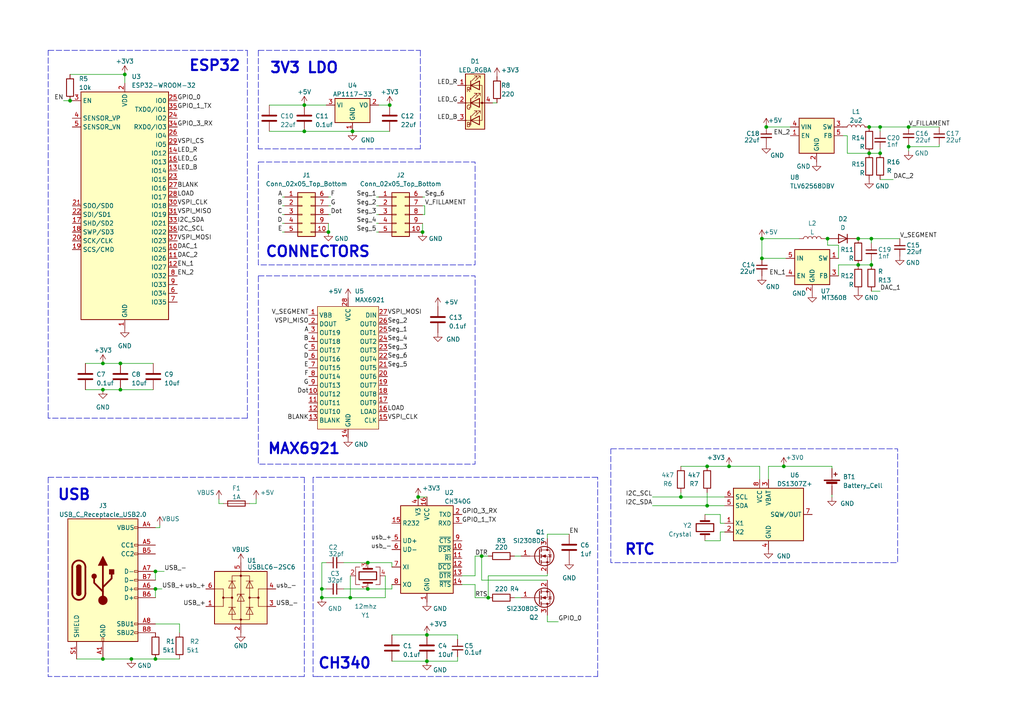
<source format=kicad_sch>
(kicad_sch (version 20230121) (generator eeschema)
  (paper "A4")
  (lib_symbols
    (symbol "Connector:USB_C_Receptacle_USB2.0" (pin_names (offset 1.016))
      (property "Reference" "J" (at -10.16 19.05 0))
      (property "Value" "USB_C_Receptacle_USB2.0" (at 19.05 19.05 0))
      (symbol "USB_C_Receptacle_USB2.0_1_1"
        (pin passive line (at 0 -22.86 90) (length 5.08) (name "GND") (number "A1"))
        (pin passive line (at 0 -22.86 90) (length 5.08) hide (name "GND") (number "A12"))
        (pin passive line (at 15.24 15.24 180) (length 5.08) (name "VBUS") (number "A4"))
        (pin bidirectional line (at 15.24 10.16 180) (length 5.08) (name "CC1") (number "A5"))
        (pin bidirectional line (at 15.24 -2.54 180) (length 5.08) (name "D+") (number "A6"))
        (pin bidirectional line (at 15.24 2.54 180) (length 5.08) (name "D-") (number "A7"))
        (pin bidirectional line (at 15.24 -12.7 180) (length 5.08) (name "SBU1") (number "A8"))
        (pin passive line (at 15.24 15.24 180) (length 5.08) hide (name "VBUS") (number "A9"))
        (pin passive line (at 0 -22.86 90) (length 5.08) hide (name "GND") (number "B1"))
        (pin passive line (at 0 -22.86 90) (length 5.08) hide (name "GND") (number "B12"))
        (pin passive line (at 15.24 15.24 180) (length 5.08) hide (name "VBUS") (number "B4"))
        (pin bidirectional line (at 15.24 7.62 180) (length 5.08) (name "CC2") (number "B5"))
        (pin bidirectional line (at 15.24 -5.08 180) (length 5.08) (name "D+") (number "B6"))
        (pin bidirectional line (at 15.24 0 180) (length 5.08) (name "D-") (number "B7"))
        (pin bidirectional line (at 15.24 -15.24 180) (length 5.08) (name "SBU2") (number "B8"))
        (pin passive line (at 15.24 15.24 180) (length 5.08) hide (name "VBUS") (number "B9"))
        (pin passive line (at -7.62 -22.86 90) (length 5.08) (name "SHIELD") (number "S1"))
      )
    )
    (symbol "Connector_Generic:Conn_02x05_Top_Bottom" (pin_names (offset 1.016) hide)
      (property "Reference" "J" (at 1.27 7.62 0))
      (property "Value" "Conn_02x05_Top_Bottom" (at 1.27 -7.62 0))
      (symbol "Conn_02x05_Top_Bottom_1_1"
        (pin passive line (at -5.08 5.08 0) (length 3.81) (name "Pin_1") (number "1"))
        (pin passive line (at 7.62 -5.08 180) (length 3.81) (name "Pin_10") (number "10"))
        (pin passive line (at -5.08 2.54 0) (length 3.81) (name "Pin_2") (number "2"))
        (pin passive line (at -5.08 0 0) (length 3.81) (name "Pin_3") (number "3"))
        (pin passive line (at -5.08 -2.54 0) (length 3.81) (name "Pin_4") (number "4"))
        (pin passive line (at -5.08 -5.08 0) (length 3.81) (name "Pin_5") (number "5"))
        (pin passive line (at 7.62 5.08 180) (length 3.81) (name "Pin_6") (number "6"))
        (pin passive line (at 7.62 2.54 180) (length 3.81) (name "Pin_7") (number "7"))
        (pin passive line (at 7.62 0 180) (length 3.81) (name "Pin_8") (number "8"))
        (pin passive line (at 7.62 -2.54 180) (length 3.81) (name "Pin_9") (number "9"))
      )
    )
    (symbol "Device:Battery_Cell" (pin_numbers hide) (pin_names (offset 0) hide)
      (property "Reference" "BT" (at 2.54 2.54 0))
      (property "Value" "Battery_Cell" (at 2.54 0 0))
      (symbol "Battery_Cell_1_1"
        (pin passive line (at 0 5.08 270) (length 2.54) (name "+") (number "1"))
        (pin passive line (at 0 -2.54 90) (length 2.54) (name "-") (number "2"))
      )
    )
    (symbol "Device:C" (pin_numbers hide) (pin_names (offset 0.254))
      (property "Reference" "C" (at 0.635 2.54 0))
      (property "Value" "C" (at 0.635 -2.54 0))
      (symbol "C_1_1"
        (pin passive line (at 0 3.81 270) (length 2.794) (name "~") (number "1"))
        (pin passive line (at 0 -3.81 90) (length 2.794) (name "~") (number "2"))
      )
    )
    (symbol "Device:C_Small" (pin_numbers hide) (pin_names (offset 0.254) hide)
      (property "Reference" "C" (at 0.254 1.778 0))
      (property "Value" "C_Small" (at 0.254 -2.032 0))
      (symbol "C_Small_1_1"
        (pin passive line (at 0 2.54 270) (length 2.032) (name "~") (number "1"))
        (pin passive line (at 0 -2.54 90) (length 2.032) (name "~") (number "2"))
      )
    )
    (symbol "Device:Crystal" (pin_numbers hide) (pin_names (offset 1.016) hide)
      (property "Reference" "Y" (at 0 3.81 0))
      (property "Value" "Crystal" (at 0 -3.81 0))
      (symbol "Crystal_1_1"
        (pin passive line (at -3.81 0 0) (length 1.27) (name "1") (number "1"))
        (pin passive line (at 3.81 0 180) (length 1.27) (name "2") (number "2"))
      )
    )
    (symbol "Device:Crystal_GND24" (pin_names (offset 1.016) hide)
      (property "Reference" "Y" (at 3.175 5.08 0))
      (property "Value" "Crystal_GND24" (at 3.175 3.175 0))
      (symbol "Crystal_GND24_1_1"
        (pin passive line (at -3.81 0 0) (length 1.27) (name "1") (number "1"))
        (pin passive line (at 0 5.08 270) (length 1.27) (name "2") (number "2"))
        (pin passive line (at 3.81 0 180) (length 1.27) (name "3") (number "3"))
        (pin passive line (at 0 -5.08 90) (length 1.27) (name "4") (number "4"))
      )
    )
    (symbol "Device:D" (pin_numbers hide) (pin_names (offset 1.016) hide)
      (property "Reference" "D" (at 0 2.54 0))
      (property "Value" "D" (at 0 -2.54 0))
      (symbol "D_1_1"
        (pin passive line (at -3.81 0 0) (length 2.54) (name "K") (number "1"))
        (pin passive line (at 3.81 0 180) (length 2.54) (name "A") (number "2"))
      )
    )
    (symbol "Device:Fuse" (pin_numbers hide) (pin_names (offset 0))
      (property "Reference" "F" (at 2.032 0 90))
      (property "Value" "Fuse" (at -1.905 0 90))
      (symbol "Fuse_1_1"
        (pin passive line (at 0 3.81 270) (length 1.27) (name "~") (number "1"))
        (pin passive line (at 0 -3.81 90) (length 1.27) (name "~") (number "2"))
      )
    )
    (symbol "Device:L" (pin_numbers hide) (pin_names (offset 1.016) hide)
      (property "Reference" "L" (at -1.27 0 90))
      (property "Value" "L" (at 1.905 0 90))
      (symbol "L_1_1"
        (pin passive line (at 0 3.81 270) (length 1.27) (name "1") (number "1"))
        (pin passive line (at 0 -3.81 90) (length 1.27) (name "2") (number "2"))
      )
    )
    (symbol "Device:LED_RGBA" (pin_names (offset 0) hide)
      (property "Reference" "D" (at 0 9.398 0))
      (property "Value" "LED_RGBA" (at 0 -8.89 0))
      (symbol "LED_RGBA_0_0"
        (text "B" (at -1.905 -6.35 0) (effects (font (size 1.27 1.27))))
        (text "G" (at -1.905 -1.27 0) (effects (font (size 1.27 1.27))))
        (text "R" (at -1.905 3.81 0) (effects (font (size 1.27 1.27))))
      )
      (symbol "LED_RGBA_1_1"
        (pin passive line (at -5.08 5.08 0) (length 2.54) (name "RK") (number "1"))
        (pin passive line (at -5.08 0 0) (length 2.54) (name "GK") (number "2"))
        (pin passive line (at -5.08 -5.08 0) (length 2.54) (name "BK") (number "3"))
        (pin passive line (at 5.08 0 180) (length 2.54) (name "A") (number "4"))
      )
    )
    (symbol "Device:Q_NMOS_GSD" (pin_names (offset 0) hide)
      (property "Reference" "Q" (at 5.08 1.27 0))
      (property "Value" "Q_NMOS_GSD" (at 5.08 -1.27 0))
      (symbol "Q_NMOS_GSD_1_1"
        (pin input line (at -5.08 0 0) (length 2.54) (name "G") (number "1"))
        (pin passive line (at 2.54 -5.08 90) (length 2.54) (name "S") (number "2"))
        (pin passive line (at 2.54 5.08 270) (length 2.54) (name "D") (number "3"))
      )
    )
    (symbol "Device:R" (pin_numbers hide) (pin_names (offset 0))
      (property "Reference" "R" (at 2.032 0 90))
      (property "Value" "R" (at 0 0 90))
      (symbol "R_1_1"
        (pin passive line (at 0 3.81 270) (length 1.27) (name "~") (number "1"))
        (pin passive line (at 0 -3.81 90) (length 1.27) (name "~") (number "2"))
      )
    )
    (symbol "Interface_USB:CH340G"
      (property "Reference" "U" (at -5.08 13.97 0))
      (property "Value" "CH340G" (at 1.27 13.97 0))
      (symbol "CH340G_1_1"
        (pin power_in line (at 0 -15.24 90) (length 2.54) (name "GND") (number "1"))
        (pin input line (at 10.16 0 180) (length 2.54) (name "~{DSR}") (number "10"))
        (pin input line (at 10.16 -2.54 180) (length 2.54) (name "~{RI}") (number "11"))
        (pin input line (at 10.16 -5.08 180) (length 2.54) (name "~{DCD}") (number "12"))
        (pin output line (at 10.16 -7.62 180) (length 2.54) (name "~{DTR}") (number "13"))
        (pin output line (at 10.16 -10.16 180) (length 2.54) (name "~{RTS}") (number "14"))
        (pin input line (at -10.16 7.62 0) (length 2.54) (name "R232") (number "15"))
        (pin power_in line (at 0 15.24 270) (length 2.54) (name "VCC") (number "16"))
        (pin output line (at 10.16 10.16 180) (length 2.54) (name "TXD") (number "2"))
        (pin input line (at 10.16 7.62 180) (length 2.54) (name "RXD") (number "3"))
        (pin passive line (at -2.54 15.24 270) (length 2.54) (name "V3") (number "4"))
        (pin bidirectional line (at -10.16 2.54 0) (length 2.54) (name "UD+") (number "5"))
        (pin bidirectional line (at -10.16 0 0) (length 2.54) (name "UD-") (number "6"))
        (pin input line (at -10.16 -5.08 0) (length 2.54) (name "XI") (number "7"))
        (pin output line (at -10.16 -10.16 0) (length 2.54) (name "XO") (number "8"))
        (pin input line (at 10.16 2.54 180) (length 2.54) (name "~{CTS}") (number "9"))
      )
    )
    (symbol "MAX6921:MAX6921"
      (property "Reference" "U" (at 3.81 -19.05 0))
      (property "Value" "MAX6921" (at 7.62 -21.59 0))
      (symbol "MAX6921_1_1"
        (pin input line (at -11.43 15.24 0) (length 2.54) (name "VBB") (number "1"))
        (pin input line (at -11.43 -7.62 0) (length 2.54) (name "OUT12") (number "10"))
        (pin input line (at -11.43 -10.16 0) (length 2.54) (name "OUT11") (number "11"))
        (pin input line (at -11.43 -12.7 0) (length 2.54) (name "OUT10") (number "12"))
        (pin input line (at -11.43 -15.24 0) (length 2.54) (name "BLANK") (number "13"))
        (pin input line (at 0 -20.32 90) (length 2.54) (name "GND") (number "14"))
        (pin input line (at 11.43 -15.24 180) (length 2.54) (name "CLK") (number "15"))
        (pin input line (at 11.43 -12.7 180) (length 2.54) (name "LOAD") (number "16"))
        (pin input line (at 11.43 -10.16 180) (length 2.54) (name "OUT9") (number "17"))
        (pin input line (at 11.43 -7.62 180) (length 2.54) (name "OUT8") (number "18"))
        (pin input line (at 11.43 -5.08 180) (length 2.54) (name "OUT7") (number "19"))
        (pin input line (at -11.43 12.7 0) (length 2.54) (name "DOUT") (number "2"))
        (pin input line (at 11.43 -2.54 180) (length 2.54) (name "OUT6") (number "20"))
        (pin output line (at 11.43 0 180) (length 2.54) (name "OUT5") (number "21"))
        (pin input line (at 11.43 2.54 180) (length 2.54) (name "OUT4") (number "22"))
        (pin input line (at 11.43 5.08 180) (length 2.54) (name "OUT3") (number "23"))
        (pin input line (at 11.43 7.62 180) (length 2.54) (name "OUT2") (number "24"))
        (pin input line (at 11.43 10.16 180) (length 2.54) (name "OUT1") (number "25"))
        (pin input line (at 11.43 12.7 180) (length 2.54) (name "OUT0") (number "26"))
        (pin input line (at 11.43 15.24 180) (length 2.54) (name "DIN") (number "27"))
        (pin input line (at 0 20.32 270) (length 2.54) (name "VCC") (number "28"))
        (pin input line (at -11.43 10.16 0) (length 2.54) (name "OUT19") (number "3"))
        (pin input line (at -11.43 7.62 0) (length 2.54) (name "OUT18") (number "4"))
        (pin input line (at -11.43 5.08 0) (length 2.54) (name "OUT17") (number "5"))
        (pin input line (at -11.43 2.54 0) (length 2.54) (name "OUT16") (number "6"))
        (pin input line (at -11.43 0 0) (length 2.54) (name "OUT15") (number "7"))
        (pin input line (at -11.43 -2.54 0) (length 2.54) (name "OUT14") (number "8"))
        (pin input line (at -11.43 -5.08 0) (length 2.54) (name "OUT13") (number "9"))
      )
    )
    (symbol "Power_Protection:USBLC6-2SC6" (pin_names hide)
      (property "Reference" "U" (at 2.54 8.89 0))
      (property "Value" "USBLC6-2SC6" (at 2.54 -8.89 0))
      (symbol "USBLC6-2SC6_1_1"
        (pin passive line (at -10.16 -2.54 0) (length 2.54) (name "I/O1") (number "1"))
        (pin passive line (at 0 -10.16 90) (length 2.54) (name "GND") (number "2"))
        (pin passive line (at 10.16 -2.54 180) (length 2.54) (name "I/O2") (number "3"))
        (pin passive line (at 10.16 2.54 180) (length 2.54) (name "I/O2") (number "4"))
        (pin passive line (at 0 10.16 270) (length 2.54) (name "VBUS") (number "5"))
        (pin passive line (at -10.16 2.54 0) (length 2.54) (name "I/O1") (number "6"))
      )
    )
    (symbol "RF_Module:ESP32-WROOM-32"
      (property "Reference" "U" (at -12.7 34.29 0))
      (property "Value" "ESP32-WROOM-32" (at 1.27 34.29 0))
      (symbol "ESP32-WROOM-32_1_1"
        (pin power_in line (at 0 -35.56 90) (length 2.54) (name "GND") (number "1"))
        (pin bidirectional line (at 15.24 -12.7 180) (length 2.54) (name "IO25") (number "10"))
        (pin bidirectional line (at 15.24 -15.24 180) (length 2.54) (name "IO26") (number "11"))
        (pin bidirectional line (at 15.24 -17.78 180) (length 2.54) (name "IO27") (number "12"))
        (pin bidirectional line (at 15.24 10.16 180) (length 2.54) (name "IO14") (number "13"))
        (pin bidirectional line (at 15.24 15.24 180) (length 2.54) (name "IO12") (number "14"))
        (pin passive line (at 0 -35.56 90) (length 2.54) hide (name "GND") (number "15"))
        (pin bidirectional line (at 15.24 12.7 180) (length 2.54) (name "IO13") (number "16"))
        (pin bidirectional line (at -15.24 -5.08 0) (length 2.54) (name "SHD/SD2") (number "17"))
        (pin bidirectional line (at -15.24 -7.62 0) (length 2.54) (name "SWP/SD3") (number "18"))
        (pin bidirectional line (at -15.24 -12.7 0) (length 2.54) (name "SCS/CMD") (number "19"))
        (pin power_in line (at 0 35.56 270) (length 2.54) (name "VDD") (number "2"))
        (pin bidirectional line (at -15.24 -10.16 0) (length 2.54) (name "SCK/CLK") (number "20"))
        (pin bidirectional line (at -15.24 0 0) (length 2.54) (name "SDO/SD0") (number "21"))
        (pin bidirectional line (at -15.24 -2.54 0) (length 2.54) (name "SDI/SD1") (number "22"))
        (pin bidirectional line (at 15.24 7.62 180) (length 2.54) (name "IO15") (number "23"))
        (pin bidirectional line (at 15.24 25.4 180) (length 2.54) (name "IO2") (number "24"))
        (pin bidirectional line (at 15.24 30.48 180) (length 2.54) (name "IO0") (number "25"))
        (pin bidirectional line (at 15.24 20.32 180) (length 2.54) (name "IO4") (number "26"))
        (pin bidirectional line (at 15.24 5.08 180) (length 2.54) (name "IO16") (number "27"))
        (pin bidirectional line (at 15.24 2.54 180) (length 2.54) (name "IO17") (number "28"))
        (pin bidirectional line (at 15.24 17.78 180) (length 2.54) (name "IO5") (number "29"))
        (pin input line (at -15.24 30.48 0) (length 2.54) (name "EN") (number "3"))
        (pin bidirectional line (at 15.24 0 180) (length 2.54) (name "IO18") (number "30"))
        (pin bidirectional line (at 15.24 -2.54 180) (length 2.54) (name "IO19") (number "31"))
        (pin no_connect line (at -12.7 -27.94 0) (length 2.54) hide (name "NC") (number "32"))
        (pin bidirectional line (at 15.24 -5.08 180) (length 2.54) (name "IO21") (number "33"))
        (pin bidirectional line (at 15.24 22.86 180) (length 2.54) (name "RXD0/IO3") (number "34"))
        (pin bidirectional line (at 15.24 27.94 180) (length 2.54) (name "TXD0/IO1") (number "35"))
        (pin bidirectional line (at 15.24 -7.62 180) (length 2.54) (name "IO22") (number "36"))
        (pin bidirectional line (at 15.24 -10.16 180) (length 2.54) (name "IO23") (number "37"))
        (pin passive line (at 0 -35.56 90) (length 2.54) hide (name "GND") (number "38"))
        (pin passive line (at 0 -35.56 90) (length 2.54) hide (name "GND") (number "39"))
        (pin input line (at -15.24 25.4 0) (length 2.54) (name "SENSOR_VP") (number "4"))
        (pin input line (at -15.24 22.86 0) (length 2.54) (name "SENSOR_VN") (number "5"))
        (pin input line (at 15.24 -25.4 180) (length 2.54) (name "IO34") (number "6"))
        (pin input line (at 15.24 -27.94 180) (length 2.54) (name "IO35") (number "7"))
        (pin bidirectional line (at 15.24 -20.32 180) (length 2.54) (name "IO32") (number "8"))
        (pin bidirectional line (at 15.24 -22.86 180) (length 2.54) (name "IO33") (number "9"))
      )
    )
    (symbol "Regulator_Linear:AP1117-33"
      (property "Reference" "U" (at -3.81 3.175 0))
      (property "Value" "AP1117-33" (at 0 3.175 0))
      (symbol "AP1117-33_1_1"
        (pin power_in line (at 0 -7.62 90) (length 2.54) (name "GND") (number "1"))
        (pin power_out line (at 7.62 0 180) (length 2.54) (name "VO") (number "2"))
        (pin power_in line (at -7.62 0 0) (length 2.54) (name "VI") (number "3"))
      )
    )
    (symbol "Regulator_Switching:MT3608"
      (property "Reference" "U" (at -2.54 8.89 0))
      (property "Value" "MT3608" (at -3.81 6.35 0))
      (symbol "MT3608_1_1"
        (pin passive line (at 7.62 2.54 180) (length 2.54) (name "SW") (number "1"))
        (pin power_in line (at 0 -7.62 90) (length 2.54) (name "GND") (number "2"))
        (pin input line (at 7.62 -2.54 180) (length 2.54) (name "FB") (number "3"))
        (pin input line (at -7.62 -2.54 0) (length 2.54) (name "EN") (number "4"))
        (pin power_in line (at -7.62 2.54 0) (length 2.54) (name "IN") (number "5"))
        (pin no_connect line (at 5.08 0 180) (length 2.54) hide (name "NC") (number "6"))
      )
    )
    (symbol "Regulator_Switching:TLV62568DBV"
      (property "Reference" "U" (at -5.08 6.35 0))
      (property "Value" "TLV62568DBV" (at 0 6.35 0))
      (symbol "TLV62568DBV_1_1"
        (pin input line (at -7.62 0 0) (length 2.54) (name "EN") (number "1"))
        (pin power_in line (at 0 -7.62 90) (length 2.54) (name "GND") (number "2"))
        (pin power_out line (at 7.62 2.54 180) (length 2.54) (name "SW") (number "3"))
        (pin power_in line (at -7.62 2.54 0) (length 2.54) (name "VIN") (number "4"))
        (pin input line (at 7.62 0 180) (length 2.54) (name "FB") (number "5"))
      )
    )
    (symbol "Timer_RTC:DS1307Z+"
      (property "Reference" "U" (at -8.89 8.89 0))
      (property "Value" "DS1307Z+" (at 1.27 8.89 0))
      (symbol "DS1307Z+_1_1"
        (pin input line (at -12.7 -2.54 0) (length 2.54) (name "X1") (number "1"))
        (pin input line (at -12.7 -5.08 0) (length 2.54) (name "X2") (number "2"))
        (pin power_in line (at 0 10.16 270) (length 2.54) (name "VBAT") (number "3"))
        (pin power_in line (at 0 -10.16 90) (length 2.54) (name "GND") (number "4"))
        (pin bidirectional line (at -12.7 2.54 0) (length 2.54) (name "SDA") (number "5"))
        (pin input line (at -12.7 5.08 0) (length 2.54) (name "SCL") (number "6"))
        (pin open_collector line (at 12.7 0 180) (length 2.54) (name "SQW/OUT") (number "7"))
        (pin power_in line (at -2.54 10.16 270) (length 2.54) (name "VCC") (number "8"))
      )
    )
    (symbol "power:+3V0" (power) (pin_names (offset 0))
      (property "Value" "+3V0" (at 0 3.556 0))
      (symbol "+3V0_1_1"
        (pin power_in line (at 0 0 90) (length 0) hide (name "+3V0") (number "1"))
      )
    )
    (symbol "power:+3V3" (power) (pin_names (offset 0))
      (property "Value" "+3V3" (at 0 3.556 0))
      (symbol "+3V3_1_1"
        (pin power_in line (at 0 0 90) (length 0) hide (name "+3V3") (number "1"))
      )
    )
    (symbol "power:+5V" (power) (pin_names (offset 0))
      (property "Value" "+5V" (at 0 3.556 0))
      (symbol "+5V_1_1"
        (pin power_in line (at 0 0 90) (length 0) hide (name "+5V") (number "1"))
      )
    )
    (symbol "power:GND" (power) (pin_names (offset 0))
      (property "Value" "GND" (at 0 -3.81 0))
      (symbol "GND_1_1"
        (pin power_in line (at 0 0 270) (length 0) hide (name "GND") (number "1"))
      )
    )
    (symbol "power:VBUS" (power) (pin_names (offset 0))
      (property "Value" "VBUS" (at 0 3.81 0))
      (symbol "VBUS_1_1"
        (pin power_in line (at 0 0 90) (length 0) hide (name "VBUS") (number "1"))
      )
    )
  )
  (junction (at 252.73 76.835))
  (junction (at 106.68 170.815))
  (junction (at 211.455 135.255))
  (junction (at 45.085 191.135))
  (junction (at 263.525 36.83))
  (junction (at 106.68 163.195))
  (junction (at 252.095 44.45))
  (junction (at 20.32 29.21))
  (junction (at 248.92 76.835))
  (junction (at 29.845 105.41))
  (junction (at 29.845 113.03))
  (junction (at 101.6 173.355))
  (junction (at 248.92 69.215))
  (junction (at 93.345 170.815))
  (junction (at 102.235 38.1))
  (junction (at 123.825 191.77))
  (junction (at 45.085 165.735))
  (junction (at 255.27 44.45))
  (junction (at 220.98 69.215))
  (junction (at 29.845 191.135))
  (junction (at 121.285 144.145))
  (junction (at 252.73 69.215))
  (junction (at 34.925 113.03))
  (junction (at 123.825 184.15))
  (junction (at 88.265 38.1))
  (junction (at 113.03 30.48))
  (junction (at 220.98 74.93))
  (junction (at 95.25 67.31))
  (junction (at 45.085 170.815))
  (junction (at 252.095 36.83))
  (junction (at 38.1 191.135))
  (junction (at 222.25 36.83))
  (junction (at 227.33 135.255))
  (junction (at 88.265 30.48))
  (junction (at 263.525 42.545))
  (junction (at 93.345 173.355))
  (junction (at 197.485 144.145))
  (junction (at 122.555 67.31))
  (junction (at 205.105 135.255))
  (junction (at 141.605 173.355))
  (junction (at 255.27 36.83))
  (junction (at 240.03 69.215))
  (junction (at 139.7 161.29))
  (junction (at 205.105 146.685))
  (junction (at 36.195 21.59))
  (junction (at 34.925 105.41))
  (wire (pts (xy 29.845 191.135) (xy 38.1 191.135)))
  (wire (pts (xy 208.915 156.845) (xy 204.47 156.845)))
  (wire (pts (xy 132.715 185.42) (xy 132.715 184.15)))
  (wire (pts (xy 52.07 180.975) (xy 45.085 180.975)))
  (wire (pts (xy 243.205 76.835) (xy 248.92 76.835)))
  (wire (pts (xy 210.185 154.305) (xy 208.915 154.305)))
  (wire (pts (xy 113.665 164.465) (xy 113.665 163.195)))
  (wire (pts (xy 72.39 146.05) (xy 74.295 146.05)))
  (polyline (pts (xy 173.355 196.215) (xy 173.355 138.43)) (stroke (width 0) (type dash)))
  (wire (pts (xy 78.105 30.48) (xy 88.265 30.48)))
  (wire (pts (xy 139.7 168.275) (xy 139.7 161.29)))
  (wire (pts (xy 139.7 161.29) (xy 141.605 161.29)))
  (wire (pts (xy 240.03 71.12) (xy 240.03 69.215)))
  (wire (pts (xy 252.73 69.215) (xy 248.92 69.215)))
  (wire (pts (xy 36.195 21.59) (xy 20.32 21.59)))
  (wire (pts (xy 45.085 191.135) (xy 52.07 191.135)))
  (wire (pts (xy 38.1 191.135) (xy 45.085 191.135)))
  (polyline (pts (xy 88.265 196.215) (xy 13.97 196.215)) (stroke (width 0) (type dash)))
  (wire (pts (xy 137.795 169.545) (xy 137.795 173.355)))
  (wire (pts (xy 45.085 165.735) (xy 45.085 168.275)))
  (wire (pts (xy 263.525 42.545) (xy 272.415 42.545)))
  (wire (pts (xy 34.925 113.03) (xy 44.45 113.03)))
  (wire (pts (xy 263.525 42.545) (xy 263.525 41.91)))
  (wire (pts (xy 123.825 144.145) (xy 121.285 144.145)))
  (wire (pts (xy 241.3 144.145) (xy 241.3 143.51)))
  (wire (pts (xy 106.68 163.195) (xy 113.665 163.195)))
  (wire (pts (xy 243.205 71.12) (xy 240.03 71.12)))
  (wire (pts (xy 158.75 166.37) (xy 158.75 167.005)))
  (wire (pts (xy 137.795 161.29) (xy 139.7 161.29)))
  (wire (pts (xy 149.225 161.29) (xy 151.13 161.29)))
  (wire (pts (xy 36.195 24.13) (xy 36.195 21.59)))
  (wire (pts (xy 63.5 146.05) (xy 63.5 144.78)))
  (wire (pts (xy 74.295 144.78) (xy 74.295 146.05)))
  (wire (pts (xy 47.625 165.735) (xy 45.085 165.735)))
  (wire (pts (xy 18.415 29.21) (xy 20.32 29.21)))
  (wire (pts (xy 95.25 64.77) (xy 95.25 67.31)))
  (wire (pts (xy 272.415 42.545) (xy 272.415 41.91)))
  (wire (pts (xy 197.485 144.145) (xy 189.23 144.145)))
  (wire (pts (xy 20.32 29.21) (xy 20.955 29.21)))
  (wire (pts (xy 210.185 144.145) (xy 197.485 144.145)))
  (wire (pts (xy 220.345 135.255) (xy 211.455 135.255)))
  (wire (pts (xy 252.095 44.45) (xy 255.27 44.45)))
  (polyline (pts (xy 13.97 138.43) (xy 13.97 196.215)) (stroke (width 0) (type dash)))
  (wire (pts (xy 255.27 36.83) (xy 263.525 36.83)))
  (wire (pts (xy 111.76 173.355) (xy 101.6 173.355)))
  (wire (pts (xy 109.22 67.31) (xy 109.855 67.31)))
  (wire (pts (xy 123.19 57.15) (xy 122.555 57.15)))
  (wire (pts (xy 99.695 163.195) (xy 106.68 163.195)))
  (wire (pts (xy 197.485 142.875) (xy 197.485 144.145)))
  (wire (pts (xy 109.855 30.48) (xy 113.03 30.48)))
  (wire (pts (xy 220.98 69.215) (xy 231.775 69.215)))
  (wire (pts (xy 243.205 74.93) (xy 243.205 71.12)))
  (wire (pts (xy 189.23 146.685) (xy 205.105 146.685)))
  (wire (pts (xy 113.665 169.545) (xy 113.665 170.815)))
  (polyline (pts (xy 13.97 14.605) (xy 71.755 14.605)) (stroke (width 0) (type dash)))
  (wire (pts (xy 94.615 170.815) (xy 93.345 170.815)))
  (wire (pts (xy 132.715 184.15) (xy 123.825 184.15)))
  (wire (pts (xy 158.75 178.435) (xy 158.75 180.34)))
  (wire (pts (xy 158.75 167.005) (xy 141.605 167.005)))
  (wire (pts (xy 227.33 135.255) (xy 222.885 135.255)))
  (wire (pts (xy 244.475 39.37) (xy 245.745 39.37)))
  (wire (pts (xy 81.915 59.69) (xy 82.55 59.69)))
  (wire (pts (xy 141.605 167.005) (xy 141.605 173.355)))
  (wire (pts (xy 123.825 191.77) (xy 132.715 191.77)))
  (wire (pts (xy 208.915 154.305) (xy 208.915 156.845)))
  (wire (pts (xy 158.75 154.94) (xy 165.1 154.94)))
  (wire (pts (xy 252.73 70.485) (xy 252.73 69.215)))
  (wire (pts (xy 109.22 59.69) (xy 109.855 59.69)))
  (wire (pts (xy 81.915 62.23) (xy 82.55 62.23)))
  (wire (pts (xy 123.19 62.23) (xy 123.19 59.69)))
  (wire (pts (xy 99.695 170.815) (xy 106.68 170.815)))
  (wire (pts (xy 211.455 135.255) (xy 205.105 135.255)))
  (wire (pts (xy 255.27 43.18) (xy 255.27 44.45)))
  (polyline (pts (xy 74.93 14.605) (xy 74.93 43.18)) (stroke (width 0) (type dash)))
  (wire (pts (xy 81.915 67.31) (xy 82.55 67.31)))
  (polyline (pts (xy 121.92 14.605) (xy 121.92 43.18)) (stroke (width 0) (type dash)))
  (polyline (pts (xy 121.92 43.18) (xy 74.93 43.18)) (stroke (width 0) (type dash)))
  (wire (pts (xy 46.355 153.035) (xy 45.085 153.035)))
  (wire (pts (xy 243.205 76.835) (xy 243.205 80.01)))
  (wire (pts (xy 101.6 173.355) (xy 93.345 173.355)))
  (polyline (pts (xy 92.075 196.215) (xy 173.355 196.215)) (stroke (width 0) (type dash)))
  (wire (pts (xy 252.73 84.455) (xy 255.27 84.455)))
  (wire (pts (xy 113.665 184.15) (xy 123.825 184.15)))
  (wire (pts (xy 81.915 57.15) (xy 82.55 57.15)))
  (polyline (pts (xy 90.805 196.215) (xy 92.075 196.215)) (stroke (width 0) (type dash)))
  (wire (pts (xy 204.47 149.225) (xy 208.915 149.225)))
  (wire (pts (xy 29.845 113.03) (xy 34.925 113.03)))
  (wire (pts (xy 208.915 149.225) (xy 208.915 151.765)))
  (polyline (pts (xy 74.93 14.605) (xy 121.92 14.605)) (stroke (width 0) (type dash)))
  (wire (pts (xy 113.665 191.77) (xy 123.825 191.77)))
  (wire (pts (xy 132.715 190.5) (xy 132.715 191.77)))
  (wire (pts (xy 22.225 191.135) (xy 29.845 191.135)))
  (wire (pts (xy 208.915 151.765) (xy 210.185 151.765)))
  (wire (pts (xy 149.225 173.355) (xy 151.13 173.355)))
  (wire (pts (xy 263.525 42.545) (xy 263.525 43.815)))
  (wire (pts (xy 239.395 69.215) (xy 240.03 69.215)))
  (wire (pts (xy 252.095 36.83) (xy 255.27 36.83)))
  (wire (pts (xy 144.145 29.845) (xy 142.875 29.845)))
  (wire (pts (xy 220.98 69.215) (xy 220.98 74.93)))
  (wire (pts (xy 46.355 152.4) (xy 46.355 153.035)))
  (wire (pts (xy 123.19 59.69) (xy 122.555 59.69)))
  (wire (pts (xy 248.92 69.215) (xy 248.285 69.215)))
  (wire (pts (xy 263.525 36.83) (xy 272.415 36.83)))
  (wire (pts (xy 241.3 135.255) (xy 227.33 135.255)))
  (wire (pts (xy 252.73 75.565) (xy 252.73 76.835)))
  (wire (pts (xy 245.745 44.45) (xy 252.095 44.45)))
  (wire (pts (xy 245.745 39.37) (xy 245.745 44.45)))
  (wire (pts (xy 133.985 169.545) (xy 137.795 169.545)))
  (wire (pts (xy 24.765 105.41) (xy 29.845 105.41)))
  (wire (pts (xy 109.22 62.23) (xy 109.855 62.23)))
  (wire (pts (xy 46.99 170.815) (xy 45.085 170.815)))
  (wire (pts (xy 93.345 173.355) (xy 93.345 170.815)))
  (polyline (pts (xy 173.355 138.43) (xy 90.805 138.43)) (stroke (width 0) (type dash)))
  (wire (pts (xy 158.75 168.275) (xy 139.7 168.275)))
  (wire (pts (xy 220.98 74.93) (xy 227.965 74.93)))
  (wire (pts (xy 111.76 167.005) (xy 111.76 173.355)))
  (wire (pts (xy 158.75 180.34) (xy 161.925 180.34)))
  (wire (pts (xy 229.235 36.83) (xy 222.25 36.83)))
  (polyline (pts (xy 13.97 138.43) (xy 88.265 138.43)) (stroke (width 0) (type dash)))
  (wire (pts (xy 78.105 38.1) (xy 88.265 38.1)))
  (wire (pts (xy 81.915 64.77) (xy 82.55 64.77)))
  (wire (pts (xy 137.795 173.355) (xy 141.605 173.355)))
  (wire (pts (xy 113.665 170.815) (xy 106.68 170.815)))
  (wire (pts (xy 64.77 146.05) (xy 63.5 146.05)))
  (wire (pts (xy 248.92 76.835) (xy 252.73 76.835)))
  (wire (pts (xy 29.845 105.41) (xy 34.925 105.41)))
  (wire (pts (xy 222.885 135.255) (xy 222.885 139.065)))
  (wire (pts (xy 88.265 30.48) (xy 94.615 30.48)))
  (wire (pts (xy 220.345 135.255) (xy 220.345 139.065)))
  (polyline (pts (xy 71.755 121.285) (xy 13.97 121.285)) (stroke (width 0) (type dash)))
  (wire (pts (xy 95.885 59.69) (xy 95.25 59.69)))
  (wire (pts (xy 133.985 167.005) (xy 137.795 167.005)))
  (wire (pts (xy 93.345 163.195) (xy 94.615 163.195)))
  (wire (pts (xy 45.085 170.815) (xy 45.085 173.355)))
  (wire (pts (xy 137.795 167.005) (xy 137.795 161.29)))
  (wire (pts (xy 205.105 142.875) (xy 205.105 146.685)))
  (wire (pts (xy 255.27 36.83) (xy 255.27 38.1)))
  (wire (pts (xy 95.885 57.15) (xy 95.25 57.15)))
  (polyline (pts (xy 71.755 14.605) (xy 71.755 121.285)) (stroke (width 0) (type dash)))
  (wire (pts (xy 122.555 64.77) (xy 122.555 67.31)))
  (wire (pts (xy 52.07 183.515) (xy 52.07 180.975)))
  (wire (pts (xy 102.235 38.1) (xy 113.03 38.1)))
  (polyline (pts (xy 13.97 121.285) (xy 13.97 14.605)) (stroke (width 0) (type dash)))
  (wire (pts (xy 158.75 154.94) (xy 158.75 156.21)))
  (wire (pts (xy 93.345 170.815) (xy 93.345 163.195)))
  (wire (pts (xy 95.885 62.23) (xy 95.25 62.23)))
  (wire (pts (xy 88.265 38.1) (xy 102.235 38.1)))
  (wire (pts (xy 240.03 69.215) (xy 240.665 69.215)))
  (wire (pts (xy 122.555 62.23) (xy 123.19 62.23)))
  (wire (pts (xy 109.22 64.77) (xy 109.855 64.77)))
  (polyline (pts (xy 90.805 138.43) (xy 90.805 196.215)) (stroke (width 0) (type dash)))
  (polyline (pts (xy 88.265 138.43) (xy 88.265 196.215)) (stroke (width 0) (type dash)))
  (wire (pts (xy 24.765 113.03) (xy 29.845 113.03)))
  (wire (pts (xy 109.22 57.15) (xy 109.855 57.15)))
  (wire (pts (xy 101.6 167.005) (xy 101.6 173.355)))
  (wire (pts (xy 205.105 146.685) (xy 210.185 146.685)))
  (wire (pts (xy 255.27 52.07) (xy 259.08 52.07)))
  (wire (pts (xy 241.3 135.255) (xy 241.3 135.89)))
  (wire (pts (xy 197.485 135.255) (xy 205.105 135.255)))
  (wire (pts (xy 34.925 105.41) (xy 44.45 105.41)))
  (wire (pts (xy 252.73 69.215) (xy 260.985 69.215)))
  (rectangle (start 74.93 46.99) (end 137.795 76.835) (stroke (width 0) (type dash)))
  (rectangle (start 177.165 130.175) (end 260.35 163.195) (stroke (width 0) (type dash)))
  (rectangle (start 74.93 80.01) (end 137.795 134.62) (stroke (width 0) (type dash)))
  (text "CONNECTORS" (at 76.835 74.93 0) (effects (font (size 3.048 3.048) (thickness 0.6096) bold) (justify left bottom)))
  (text "CH340" (at 92.075 194.31 0) (effects (font (size 3.048 3.048) (thickness 0.6096) bold) (justify left bottom)))
  (text "ESP32" (at 54.61 20.955 0) (effects (font (size 3.048 3.048) (thickness 0.6096) bold) (justify left bottom)))
  (text "USB" (at 16.51 145.415 0) (effects (font (size 3.048 3.048) (thickness 0.6096) bold) (justify left bottom)))
  (text "RTC" (at 180.975 161.29 0) (effects (font (size 3.048 3.048) (thickness 0.6096) bold) (justify left bottom)))
  (text "3V3 LDO" (at 78.105 21.59 0) (effects (font (size 3.048 3.048) (thickness 0.6096) bold) (justify left bottom)))
  (text "MAX6921" (at 77.47 132.08 0) (effects (font (size 3.048 3.048) (thickness 0.6096) bold) (justify left bottom)))
  (label "LED_B" (at 51.435 49.53 0))
  (label "LED_G" (at 51.435 46.99 0))
  (label "GPIO_3_RX" (at 133.985 149.225 0))
  (label "Seg_3" (at 112.395 101.6 0))
  (label "E" (at 89.535 106.68 180))
  (label "C" (at 81.915 62.23 180))
  (label "LED_G" (at 132.715 29.845 180))
  (label "Seg_5" (at 112.395 106.68 0))
  (label "E" (at 81.915 67.31 180))
  (label "EN" (at 18.415 29.21 180))
  (label "DTR" (at 137.795 161.29 0))
  (label "GPIO_0" (at 51.435 29.21 0))
  (label "Seg_1" (at 109.22 57.15 180))
  (label "LED_B" (at 132.715 34.925 180))
  (label "V_SEGMENT" (at 260.985 69.215 0))
  (label "Seg_4" (at 112.395 99.06 0))
  (label "Dot" (at 89.535 114.3 180))
  (label "usb_+" (at 113.665 156.845 180))
  (label "Seg_3" (at 109.22 62.23 180))
  (label "USB_+" (at 59.69 175.895 180))
  (label "EN" (at 165.1 154.94 0))
  (label "DAC_2" (at 51.435 74.93 0))
  (label "usb_-" (at 113.665 159.385 180))
  (label "I2C_SCL" (at 51.435 67.31 0))
  (label "BLANK" (at 51.435 54.61 0))
  (label "Seg_1" (at 112.395 96.52 0))
  (label "USB_+" (at 46.99 170.815 0))
  (label "VSPI_CLK" (at 112.395 121.92 0))
  (label "LED_R" (at 132.715 24.765 180))
  (label "F" (at 89.535 109.22 180))
  (label "LED_R" (at 51.435 44.45 0))
  (label "G" (at 95.885 59.69 0))
  (label "Dot" (at 95.885 62.23 0))
  (label "A" (at 89.535 96.52 180))
  (label "usb_+" (at 59.69 170.815 180))
  (label "Seg_5" (at 109.22 67.31 180))
  (label "GPIO_0" (at 161.925 180.34 0))
  (label "VSPI_MOSI" (at 112.395 91.44 0))
  (label "I2C_SDA" (at 51.435 64.77 0))
  (label "usb_-" (at 80.01 170.815 0))
  (label "V_SEGMENT" (at 89.535 91.44 180))
  (label "EN_1" (at 51.435 77.47 0))
  (label "V_FILLAMENT" (at 263.525 36.83 0))
  (label "DAC_1" (at 51.435 72.39 0))
  (label "USB_-" (at 47.625 165.735 0))
  (label "VSPI_MISO" (at 51.435 62.23 0))
  (label "V_FILLAMENT" (at 123.19 59.69 0))
  (label "EN_1" (at 227.965 80.01 180))
  (label "A" (at 81.915 57.15 180))
  (label "GPIO_1_TX" (at 51.435 31.75 0))
  (label "GPIO_1_TX" (at 133.985 151.765 0))
  (label "USB_-" (at 80.01 175.895 0))
  (label "GPIO_3_RX" (at 51.435 36.83 0))
  (label "Seg_6" (at 112.395 104.14 0))
  (label "I2C_SCL" (at 189.23 144.145 180))
  (label "Seg_4" (at 109.22 64.77 180))
  (label "VSPI_CLK" (at 51.435 59.69 0))
  (label "B" (at 89.535 99.06 180))
  (label "G" (at 89.535 111.76 180))
  (label "C" (at 89.535 101.6 180))
  (label "DAC_1" (at 255.27 84.455 0))
  (label "B" (at 81.915 59.69 180))
  (label "VSPI_MISO" (at 89.535 93.98 180))
  (label "BLANK" (at 89.535 121.92 180))
  (label "DAC_2" (at 259.08 52.07 0))
  (label "D" (at 89.535 104.14 180))
  (label "EN_2" (at 51.435 80.01 0))
  (label "Seg_6" (at 123.19 57.15 0))
  (label "F" (at 95.885 57.15 0))
  (label "D" (at 81.915 64.77 180))
  (label "VSPI_MOSI" (at 51.435 69.85 0))
  (label "VSPI_CS" (at 51.435 41.91 0))
  (label "I2C_SDA" (at 189.23 146.685 180))
  (label "EN_2" (at 229.235 39.37 180))
  (label "RTS" (at 137.795 173.355 0))
  (label "LOAD" (at 51.435 57.15 0))
  (label "Seg_2" (at 112.395 93.98 0))
  (label "Seg_2" (at 109.22 59.69 180))
  (label "LOAD" (at 112.395 119.38 0))
  (symbol (lib_id "Interface_USB:CH340G") (at 123.825 159.385 0) (unit 1)
    (property "Reference" "U2" (at 128.905 142.875 0) (effects (justify left)))
    (property "Value" "CH340G" (at 128.905 145.415 0) (effects (justify left)))
    (property "Footprint" "Package_SO:SOIC-16_3.9x9.9mm_P1.27mm" (effects hide))
    (property "Datasheet" "http://www.datasheet5.com/pdf-local-2195953" (effects hide))
  )
  (symbol (lib_id "power:+3V3") (at 144.145 22.225 0) (unit 1)
    (property "Reference" "#PWR030" (effects hide))
    (property "Value" "+3V3" (at 147.955 20.32 0))
  )
  (symbol (lib_id "Device:R") (at 52.07 187.325 0) (mirror x) (unit 1)
    (property "Reference" "R2" (at 57.785 186.055 0) (effects (justify right)))
    (property "Value" "5k1" (at 57.785 188.595 0) (effects (justify right)))
    (property "Footprint" "Resistor_SMD:R_0805_2012Metric_Pad1.20x1.40mm_HandSolder" (effects hide))
  )
  (symbol (lib_id "power:VBUS") (at 63.5 144.78 0) (unit 1)
    (property "Reference" "#PWR05" (effects hide))
    (property "Value" "VBUS" (at 59.69 142.875 0))
  )
  (symbol (lib_id "Device:C") (at 24.765 109.22 0) (unit 1)
    (property "Reference" "C7" (at 27.94 108.585 0) (effects (justify left)))
    (property "Value" "0.1uf" (at 27.94 111.125 0) (effects (justify left)))
    (property "Footprint" "Capacitor_SMD:C_0805_2012Metric_Pad1.18x1.45mm_HandSolder" (effects hide))
  )
  (symbol (lib_id "power:GND") (at 100.965 127 0) (unit 1)
    (property "Reference" "#PWR016" (effects hide))
    (property "Value" "GND" (at 104.775 128.905 0))
  )
  (symbol (lib_id "Device:C") (at 113.665 187.96 0) (unit 1)
    (property "Reference" "C1" (at 116.84 187.325 0) (effects (justify left)))
    (property "Value" "0.1uf" (at 116.84 189.865 0) (effects (justify left)))
    (property "Footprint" "Capacitor_SMD:C_0805_2012Metric_Pad1.18x1.45mm_HandSolder" (effects hide))
  )
  (symbol (lib_id "Device:Crystal") (at 204.47 153.035 270) (unit 1)
    (property "Reference" "Y2" (at 200.66 152.4 90) (effects (justify right)))
    (property "Value" "Crystal" (at 200.66 154.94 90) (effects (justify right)))
    (property "Footprint" "Crystal:Crystal_C38-LF_D3.0mm_L8.0mm_Horizontal" (effects hide))
  )
  (symbol (lib_id "Device:C_Small") (at 97.155 170.815 270) (unit 1)
    (property "Reference" "C3" (at 97.155 166.37 90))
    (property "Value" "32pf" (at 97.1486 168.275 90))
    (property "Footprint" "Capacitor_SMD:C_0603_1608Metric_Pad1.08x0.95mm_HandSolder" (effects hide))
  )
  (symbol (lib_id "Device:R") (at 197.485 139.065 180) (unit 1)
    (property "Reference" "R6" (at 193.675 140.335 0))
    (property "Value" "4k7" (at 193.675 137.795 0))
    (property "Footprint" "Resistor_SMD:R_0805_2012Metric_Pad1.20x1.40mm_HandSolder" (effects hide))
  )
  (symbol (lib_id "power:GND") (at 241.3 144.145 0) (unit 1)
    (property "Reference" "#PWR029" (effects hide))
    (property "Value" "GND" (at 245.745 146.05 0))
  )
  (symbol (lib_id "Device:Q_NMOS_GSD") (at 156.21 161.29 0) (unit 1)
    (property "Reference" "Q1" (at 158.115 154.305 0) (effects (justify right)))
    (property "Value" "SI2308DS" (at 158.115 156.845 0) (effects (justify right)))
    (property "Footprint" "Package_TO_SOT_SMD:SOT-23" (effects hide))
  )
  (symbol (lib_id "power:GND") (at 235.585 85.09 0) (unit 1)
    (property "Reference" "#PWR031" (effects hide))
    (property "Value" "GND" (at 231.775 85.09 0))
  )
  (symbol (lib_id "Regulator_Switching:MT3608") (at 235.585 77.47 0) (unit 1)
    (property "Reference" "U7" (at 239.395 84.455 0))
    (property "Value" "MT3608" (at 241.935 86.36 0))
    (property "Footprint" "Package_TO_SOT_SMD:SOT-23-6" (effects hide))
    (property "Datasheet" "https://www.olimex.com/Products/Breadboarding/BB-PWR-3608/resources/MT3608.pdf" (effects hide))
  )
  (symbol (lib_id "power:+3V3") (at 123.825 184.15 0) (unit 1)
    (property "Reference" "#PWR010" (effects hide))
    (property "Value" "+3V3" (at 127 180.975 0))
  )
  (symbol (lib_id "RF_Module:ESP32-WROOM-32") (at 36.195 59.69 0) (unit 1)
    (property "Reference" "U3" (at 38.1509 22.225 0) (effects (justify left)))
    (property "Value" "ESP32-WROOM-32" (at 38.1509 24.765 0) (effects (justify left)))
    (property "Footprint" "RF_Module:ESP32-WROOM-32" (effects hide))
    (property "Datasheet" "https://www.espressif.com/sites/default/files/documentation/esp32-wroom-32_datasheet_en.pdf" (effects hide))
  )
  (symbol (lib_id "power:GND") (at 123.825 191.77 0) (unit 1)
    (property "Reference" "#PWR011" (effects hide))
    (property "Value" "GND" (at 127.635 194.31 0))
  )
  (symbol (lib_id "Timer_RTC:DS1307Z+") (at 222.885 149.225 0) (unit 1)
    (property "Reference" "U6" (at 230.505 137.795 0))
    (property "Value" "DS1307Z+" (at 230.505 140.335 0))
    (property "Footprint" "Package_SO:SOIC-8_3.9x4.9mm_P1.27mm" (effects hide))
    (property "Datasheet" "https://datasheets.maximintegrated.com/en/ds/DS1307.pdf" (effects hide))
  )
  (symbol (lib_id "power:+5V") (at 100.965 86.36 0) (unit 1)
    (property "Reference" "#PWR012" (effects hide))
    (property "Value" "+5V" (at 97.155 84.455 0))
  )
  (symbol (lib_id "Regulator_Linear:AP1117-33") (at 102.235 30.48 0) (unit 1)
    (property "Reference" "U4" (at 102.235 24.765 0))
    (property "Value" "AP1117-33" (at 102.235 27.305 0))
    (property "Footprint" "Package_TO_SOT_SMD:SOT-223-3_TabPin2" (effects hide))
    (property "Datasheet" "http://www.diodes.com/datasheets/AP1117.pdf" (effects hide))
  )
  (symbol (lib_id "Device:C_Small") (at 220.98 77.47 0) (unit 1)
    (property "Reference" "C14" (at 219.075 76.835 0) (effects (justify right)))
    (property "Value" "22uf" (at 219.075 78.74 0) (effects (justify right)))
    (property "Footprint" "Capacitor_SMD:C_0603_1608Metric_Pad1.08x0.95mm_HandSolder" (effects hide))
  )
  (symbol (lib_id "Device:C_Small") (at 260.985 71.755 0) (mirror y) (unit 1)
    (property "Reference" "C15" (at 262.89 71.12 0) (effects (justify right)))
    (property "Value" "22uf" (at 262.89 73.025 0) (effects (justify right)))
    (property "Footprint" "Capacitor_SMD:C_0603_1608Metric_Pad1.08x0.95mm_HandSolder" (effects hide))
  )
  (symbol (lib_id "Device:R") (at 252.73 80.645 0) (unit 1)
    (property "Reference" "R13" (at 254.635 81.28 0) (effects (justify left)))
    (property "Value" "R" (at 254.635 78.74 0) (effects (justify left)))
    (property "Footprint" "Resistor_SMD:R_0805_2012Metric" (effects hide))
  )
  (symbol (lib_id "power:GND") (at 69.85 183.515 0) (unit 1)
    (property "Reference" "#PWR07" (effects hide))
    (property "Value" "GND" (at 69.85 187.325 0))
  )
  (symbol (lib_id "power:+3V3") (at 211.455 135.255 0) (unit 1)
    (property "Reference" "#PWR026" (effects hide))
    (property "Value" "+3V3" (at 207.645 132.715 0))
  )
  (symbol (lib_id "power:GND") (at 222.25 41.91 0) (unit 1)
    (property "Reference" "#PWR036" (effects hide))
    (property "Value" "GND" (at 225.425 45.085 0))
  )
  (symbol (lib_id "power:GND") (at 222.885 159.385 0) (unit 1)
    (property "Reference" "#PWR027" (effects hide))
    (property "Value" "GND" (at 227.33 161.29 0))
  )
  (symbol (lib_id "Device:C_Small") (at 252.73 73.025 0) (mirror y) (unit 1)
    (property "Reference" "C19" (at 254.635 72.39 0) (effects (justify right)))
    (property "Value" "1nf" (at 254.635 74.295 0) (effects (justify right)))
    (property "Footprint" "Capacitor_SMD:C_0603_1608Metric_Pad1.08x0.95mm_HandSolder" (effects hide))
  )
  (symbol (lib_id "Device:R") (at 248.92 80.645 0) (unit 1)
    (property "Reference" "R12" (at 247.65 80.01 0) (effects (justify right)))
    (property "Value" "R" (at 247.65 82.55 0) (effects (justify right)))
    (property "Footprint" "Resistor_SMD:R_0805_2012Metric" (effects hide))
  )
  (symbol (lib_id "Device:R") (at 20.32 25.4 180) (unit 1)
    (property "Reference" "R5" (at 22.86 22.86 0) (effects (justify right)))
    (property "Value" "10k" (at 22.86 25.4 0) (effects (justify right)))
    (property "Footprint" "Resistor_SMD:R_0805_2012Metric_Pad1.20x1.40mm_HandSolder" (effects hide))
  )
  (symbol (lib_id "Connector_Generic:Conn_02x05_Top_Bottom") (at 114.935 62.23 0) (unit 1)
    (property "Reference" "J2" (at 116.205 50.8 0))
    (property "Value" "Conn_02x05_Top_Bottom" (at 116.205 53.34 0))
    (property "Footprint" "Connector_PinHeader_2.00mm:PinHeader_2x05_P2.00mm_Vertical_SMD" (effects hide))
  )
  (symbol (lib_id "Device:L") (at 235.585 69.215 90) (unit 1)
    (property "Reference" "L2" (at 235.585 64.77 90))
    (property "Value" "L" (at 235.585 67.31 90))
  )
  (symbol (lib_id "Device:R") (at 252.095 40.64 0) (unit 1)
    (property "Reference" "R14" (at 250.825 40.005 0) (effects (justify right)))
    (property "Value" "R" (at 250.825 42.545 0) (effects (justify right)))
    (property "Footprint" "Resistor_SMD:R_0805_2012Metric" (effects hide))
  )
  (symbol (lib_id "power:GND") (at 93.345 173.355 0) (unit 1)
    (property "Reference" "#PWR09" (effects hide))
    (property "Value" "GND" (at 97.155 176.53 0))
  )
  (symbol (lib_id "Device:C_Small") (at 97.155 163.195 90) (mirror x) (unit 1)
    (property "Reference" "C2" (at 95.25 158.75 90) (effects (justify right)))
    (property "Value" "32pf" (at 95.25 160.655 90) (effects (justify right)))
    (property "Footprint" "Capacitor_SMD:C_0603_1608Metric_Pad1.08x0.95mm_HandSolder" (effects hide))
  )
  (symbol (lib_id "power:GND") (at 252.095 52.07 0) (unit 1)
    (property "Reference" "#PWR040" (effects hide))
    (property "Value" "GND" (at 255.905 53.975 0))
  )
  (symbol (lib_id "power:GND") (at 263.525 43.815 0) (unit 1)
    (property "Reference" "#PWR039" (effects hide))
    (property "Value" "GND" (at 267.335 44.45 0))
  )
  (symbol (lib_id "Device:C_Small") (at 255.27 40.64 0) (mirror y) (unit 1)
    (property "Reference" "C20" (at 257.175 40.005 0) (effects (justify right)))
    (property "Value" "1nf" (at 257.175 41.91 0) (effects (justify right)))
    (property "Footprint" "Capacitor_SMD:C_0603_1608Metric_Pad1.08x0.95mm_HandSolder" (effects hide))
  )
  (symbol (lib_id "Device:C") (at 123.825 187.96 0) (unit 1)
    (property "Reference" "C4" (at 127 187.325 0) (effects (justify left)))
    (property "Value" "10uf" (at 127 189.865 0) (effects (justify left)))
    (property "Footprint" "Capacitor_SMD:C_0805_2012Metric_Pad1.18x1.45mm_HandSolder" (effects hide))
  )
  (symbol (lib_id "Device:C") (at 113.03 34.29 0) (unit 1)
    (property "Reference" "C12" (at 116.205 33.655 0) (effects (justify left)))
    (property "Value" "22uf" (at 116.205 36.195 0) (effects (justify left)))
    (property "Footprint" "Capacitor_SMD:C_1206_3216Metric_Pad1.33x1.80mm_HandSolder" (effects hide))
  )
  (symbol (lib_id "Device:R") (at 255.27 48.26 180) (unit 1)
    (property "Reference" "R16" (at 257.175 46.99 0) (effects (justify right)))
    (property "Value" "R" (at 257.175 49.53 0) (effects (justify right)))
    (property "Footprint" "Resistor_SMD:R_0805_2012Metric" (effects hide))
  )
  (symbol (lib_id "Device:C_Small") (at 222.25 39.37 0) (unit 1)
    (property "Reference" "C18" (at 220.345 38.735 0) (effects (justify right)))
    (property "Value" "22uf" (at 220.345 40.64 0) (effects (justify right)))
    (property "Footprint" "Capacitor_SMD:C_0603_1608Metric_Pad1.08x0.95mm_HandSolder" (effects hide))
  )
  (symbol (lib_id "power:VBUS") (at 69.85 163.195 0) (unit 1)
    (property "Reference" "#PWR06" (effects hide))
    (property "Value" "VBUS" (at 69.85 159.385 0))
  )
  (symbol (lib_id "Connector:USB_C_Receptacle_USB2.0") (at 29.845 168.275 0) (unit 1)
    (property "Reference" "J3" (at 29.845 146.685 0))
    (property "Value" "USB_C_Receptacle_USB2.0" (at 29.845 149.225 0))
    (property "Footprint" "Connector_USB:USB_C_Receptacle_HRO_TYPE-C-31-M-12" (effects hide))
    (property "Datasheet" "https://www.usb.org/sites/default/files/documents/usb_type-c.zip" (effects hide))
  )
  (symbol (lib_id "Device:Fuse") (at 68.58 146.05 90) (unit 1)
    (property "Reference" "F1" (at 68.58 141.605 90))
    (property "Value" "1A" (at 68.58 144.145 90))
    (property "Footprint" "Fuse:Fuse_1206_3216Metric" (effects hide))
  )
  (symbol (lib_id "Regulator_Switching:TLV62568DBV") (at 236.855 39.37 0) (unit 1)
    (property "Reference" "U8" (at 230.505 51.435 0))
    (property "Value" "TLV62568DBV" (at 235.585 53.975 0))
    (property "Footprint" "Package_TO_SOT_SMD:SOT-23-5" (effects hide))
    (property "Datasheet" "http://www.ti.com/lit/ds/symlink/tlv62568.pdf" (effects hide))
  )
  (symbol (lib_id "Device:R") (at 45.085 187.325 0) (mirror x) (unit 1)
    (property "Reference" "R1" (at 50.8 186.055 0) (effects (justify right)))
    (property "Value" "5k1" (at 50.8 188.595 0) (effects (justify right)))
    (property "Footprint" "Resistor_SMD:R_0805_2012Metric_Pad1.20x1.40mm_HandSolder" (effects hide))
  )
  (symbol (lib_id "Device:C") (at 127 92.71 0) (unit 1)
    (property "Reference" "C13" (at 130.175 92.075 0) (effects (justify left)))
    (property "Value" "0.1uf" (at 130.175 94.615 0) (effects (justify left)))
    (property "Footprint" "Capacitor_SMD:C_0805_2012Metric_Pad1.18x1.45mm_HandSolder" (effects hide))
  )
  (symbol (lib_id "power:GND") (at 127 96.52 0) (unit 1)
    (property "Reference" "#PWR017" (effects hide))
    (property "Value" "GND" (at 131.445 98.425 0))
  )
  (symbol (lib_id "power:+5V") (at 222.25 36.83 0) (unit 1)
    (property "Reference" "#PWR034" (effects hide))
    (property "Value" "+5V" (at 224.79 34.925 0))
  )
  (symbol (lib_id "power:+3V0") (at 227.33 135.255 0) (unit 1)
    (property "Reference" "#PWR028" (effects hide))
    (property "Value" "+3V0" (at 230.505 132.715 0))
  )
  (symbol (lib_id "power:+3V3") (at 113.03 30.48 0) (unit 1)
    (property "Reference" "#PWR025" (effects hide))
    (property "Value" "+3V3" (at 113.03 26.67 0))
  )
  (symbol (lib_id "Device:C") (at 78.105 34.29 0) (unit 1)
    (property "Reference" "C10" (at 81.28 33.655 0) (effects (justify left)))
    (property "Value" "22uf" (at 81.28 36.195 0) (effects (justify left)))
    (property "Footprint" "Capacitor_SMD:C_1206_3216Metric_Pad1.33x1.80mm_HandSolder" (effects hide))
  )
  (symbol (lib_id "Device:C") (at 165.1 158.75 180) (unit 1)
    (property "Reference" "C6" (at 168.275 158.115 0) (effects (justify right)))
    (property "Value" "1uf" (at 168.275 160.655 0) (effects (justify right)))
    (property "Footprint" "Capacitor_SMD:C_0805_2012Metric_Pad1.18x1.45mm_HandSolder" (effects hide))
  )
  (symbol (lib_id "power:GND") (at 95.25 67.31 0) (unit 1)
    (property "Reference" "#PWR01" (effects hide))
    (property "Value" "GND" (at 99.06 69.215 0))
  )
  (symbol (lib_id "Power_Protection:USBLC6-2SC6") (at 69.85 173.355 0) (unit 1)
    (property "Reference" "U1" (at 73.025 162.56 0))
    (property "Value" "USBLC6-2SC6" (at 78.74 164.465 0))
    (property "Footprint" "Package_TO_SOT_SMD:SOT-23-6" (effects hide))
    (property "Datasheet" "https://www.st.com/resource/en/datasheet/usblc6-2.pdf" (effects hide))
  )
  (symbol (lib_id "Device:LED_RGBA") (at 137.795 29.845 0) (unit 1)
    (property "Reference" "D1" (at 137.795 17.78 0))
    (property "Value" "LED_RGBA" (at 137.795 20.32 0))
    (property "Footprint" "LED_SMD:LED_RGB_1210" (effects hide))
  )
  (symbol (lib_id "power:+5V") (at 127 88.9 0) (unit 1)
    (property "Reference" "#PWR024" (effects hide))
    (property "Value" "+5V" (at 130.81 87.63 0))
  )
  (symbol (lib_id "power:GND") (at 165.1 162.56 0) (unit 1)
    (property "Reference" "#PWR018" (effects hide))
    (property "Value" "GND" (at 165.1 167.64 0))
  )
  (symbol (lib_id "Device:R") (at 248.92 73.025 0) (unit 1)
    (property "Reference" "R11" (at 247.65 72.39 0) (effects (justify right)))
    (property "Value" "R" (at 247.65 74.93 0) (effects (justify right)))
    (property "Footprint" "Resistor_SMD:R_0805_2012Metric" (effects hide))
  )
  (symbol (lib_id "power:GND") (at 38.1 191.135 0) (unit 1)
    (property "Reference" "#PWR04" (effects hide))
    (property "Value" "GND" (at 41.91 193.04 0))
  )
  (symbol (lib_id "Device:C") (at 88.265 34.29 0) (unit 1)
    (property "Reference" "C11" (at 91.44 33.655 0) (effects (justify left)))
    (property "Value" "0.1uf" (at 91.44 36.195 0) (effects (justify left)))
    (property "Footprint" "Capacitor_SMD:C_0805_2012Metric_Pad1.18x1.45mm_HandSolder" (effects hide))
  )
  (symbol (lib_id "power:+3V3") (at 36.195 21.59 0) (unit 1)
    (property "Reference" "#PWR014" (effects hide))
    (property "Value" "+3V3" (at 36.195 17.78 0))
  )
  (symbol (lib_id "Device:C") (at 34.925 109.22 0) (unit 1)
    (property "Reference" "C8" (at 38.1 108.585 0) (effects (justify left)))
    (property "Value" "10uf" (at 38.1 111.125 0) (effects (justify left)))
    (property "Footprint" "Capacitor_SMD:C_0805_2012Metric_Pad1.18x1.45mm_HandSolder" (effects hide))
  )
  (symbol (lib_id "Device:R") (at 144.145 26.035 0) (mirror x) (unit 1)
    (property "Reference" "R8" (at 146.685 24.765 0))
    (property "Value" "220" (at 147.32 27.305 0))
    (property "Footprint" "Resistor_SMD:R_0805_2012Metric_Pad1.20x1.40mm_HandSolder" (effects hide))
  )
  (symbol (lib_id "Device:R") (at 252.095 48.26 0) (unit 1)
    (property "Reference" "R15" (at 250.825 47.625 0) (effects (justify right)))
    (property "Value" "R" (at 250.825 50.165 0) (effects (justify right)))
    (property "Footprint" "Resistor_SMD:R_0805_2012Metric" (effects hide))
  )
  (symbol (lib_id "power:GND") (at 102.235 38.1 0) (unit 1)
    (property "Reference" "#PWR023" (effects hide))
    (property "Value" "GND" (at 106.68 40.64 0))
  )
  (symbol (lib_id "Device:C_Small") (at 132.715 187.96 0) (mirror y) (unit 1)
    (property "Reference" "C5" (at 134.62 187.325 0) (effects (justify right)))
    (property "Value" "0.1uf" (at 134.62 189.23 0) (effects (justify right)))
    (property "Footprint" "Capacitor_SMD:C_0603_1608Metric_Pad1.08x0.95mm_HandSolder" (effects hide))
  )
  (symbol (lib_id "Device:C_Small") (at 263.525 39.37 0) (mirror y) (unit 1)
    (property "Reference" "C16" (at 265.43 38.735 0) (effects (justify right)))
    (property "Value" "22uf" (at 265.43 40.64 0) (effects (justify right)))
    (property "Footprint" "Capacitor_SMD:C_0603_1608Metric_Pad1.08x0.95mm_HandSolder" (effects hide))
  )
  (symbol (lib_id "Device:C_Small") (at 272.415 39.37 0) (mirror y) (unit 1)
    (property "Reference" "C17" (at 274.32 38.735 0) (effects (justify right)))
    (property "Value" "22uf" (at 274.32 40.64 0) (effects (justify right)))
    (property "Footprint" "Capacitor_SMD:C_0603_1608Metric_Pad1.08x0.95mm_HandSolder" (effects hide))
  )
  (symbol (lib_id "Device:R") (at 205.105 139.065 180) (unit 1)
    (property "Reference" "R7" (at 201.295 140.335 0))
    (property "Value" "4k7" (at 201.295 137.795 0))
    (property "Footprint" "Resistor_SMD:R_0805_2012Metric_Pad1.20x1.40mm_HandSolder" (effects hide))
  )
  (symbol (lib_id "power:GND") (at 122.555 67.31 0) (unit 1)
    (property "Reference" "#PWR02" (effects hide))
    (property "Value" "GND" (at 126.365 69.215 0))
  )
  (symbol (lib_id "Device:Crystal_GND24") (at 106.68 167.005 90) (unit 1)
    (property "Reference" "Y1" (at 106.045 178.435 90))
    (property "Value" "12mhz" (at 106.045 175.895 90))
    (property "Footprint" "Crystal:Crystal_SMD_3225-4Pin_3.2x2.5mm" (effects hide))
  )
  (symbol (lib_id "MAX6921:MAX6921") (at 100.965 106.68 0) (unit 1)
    (property "Reference" "U5" (at 102.87 84.455 0) (effects (justify left)))
    (property "Value" "MAX6921" (at 102.87 86.995 0) (effects (justify left)))
    (property "Footprint" "Package_SO:SOIC-28W_7.5x17.9mm_P1.27mm" (effects hide))
  )
  (symbol (lib_id "power:+3V3") (at 29.845 105.41 0) (unit 1)
    (property "Reference" "#PWR041" (effects hide))
    (property "Value" "+3V3" (at 29.845 101.6 0))
  )
  (symbol (lib_id "power:GND") (at 248.92 84.455 0) (unit 1)
    (property "Reference" "#PWR037" (effects hide))
    (property "Value" "GND" (at 252.73 86.36 0))
  )
  (symbol (lib_id "power:+5V") (at 74.295 144.78 0) (unit 1)
    (property "Reference" "#PWR08" (effects hide))
    (property "Value" "+5V" (at 77.47 142.875 0))
  )
  (symbol (lib_id "power:GND") (at 220.98 80.01 0) (unit 1)
    (property "Reference" "#PWR035" (effects hide))
    (property "Value" "GND" (at 224.155 83.185 0))
  )
  (symbol (lib_id "power:GND") (at 260.985 74.295 0) (unit 1)
    (property "Reference" "#PWR038" (effects hide))
    (property "Value" "GND" (at 264.795 76.2 0))
  )
  (symbol (lib_id "power:GND") (at 36.195 95.25 0) (unit 1)
    (property "Reference" "#PWR021" (effects hide))
    (property "Value" "GND" (at 36.195 100.33 0))
  )
  (symbol (lib_id "power:GND") (at 29.845 113.03 0) (unit 1)
    (property "Reference" "#PWR019" (effects hide))
    (property "Value" "GND" (at 29.845 118.11 0))
  )
  (symbol (lib_id "Device:L") (at 248.285 36.83 90) (unit 1)
    (property "Reference" "L1" (at 248.285 32.385 90))
    (property "Value" "2u2" (at 248.285 34.925 90))
  )
  (symbol (lib_id "Device:R") (at 145.415 161.29 90) (unit 1)
    (property "Reference" "R3" (at 145.415 156.845 90))
    (property "Value" "220" (at 145.415 158.75 90))
    (property "Footprint" "Resistor_SMD:R_0805_2012Metric_Pad1.20x1.40mm_HandSolder" (effects hide))
  )
  (symbol (lib_id "Device:R") (at 145.415 173.355 90) (unit 1)
    (property "Reference" "R4" (at 149.225 170.815 90))
    (property "Value" "220" (at 145.415 170.815 90))
    (property "Footprint" "Resistor_SMD:R_0805_2012Metric_Pad1.20x1.40mm_HandSolder" (effects hide))
  )
  (symbol (lib_id "power:VBUS") (at 46.355 152.4 0) (unit 1)
    (property "Reference" "#PWR03" (effects hide))
    (property "Value" "VBUS" (at 49.53 150.495 0))
  )
  (symbol (lib_id "Device:Q_NMOS_GSD") (at 156.21 173.355 0) (mirror x) (unit 1)
    (property "Reference" "Q2" (at 156.21 179.07 0) (effects (justify right)))
    (property "Value" "SI2308DS" (at 156.21 176.53 0) (effects (justify right)))
    (property "Footprint" "Package_TO_SOT_SMD:SOT-23" (effects hide))
  )
  (symbol (lib_id "power:+5V") (at 220.98 69.215 0) (unit 1)
    (property "Reference" "#PWR032" (effects hide))
    (property "Value" "+5V" (at 223.52 67.31 0))
  )
  (symbol (lib_id "Device:Battery_Cell") (at 241.3 140.97 0) (unit 1)
    (property "Reference" "BT1" (at 244.475 138.303 0) (effects (justify left)))
    (property "Value" "Battery_Cell" (at 244.475 140.843 0) (effects (justify left)))
    (property "Footprint" "C70381:BAT-SMD_CR1220-2" (effects hide))
  )
  (symbol (lib_id "Device:C") (at 44.45 109.22 0) (unit 1)
    (property "Reference" "C9" (at 47.625 108.585 0) (effects (justify left)))
    (property "Value" "10uf" (at 47.625 111.125 0) (effects (justify left)))
    (property "Footprint" "Capacitor_SMD:C_0805_2012Metric_Pad1.18x1.45mm_HandSolder" (effects hide))
  )
  (symbol (lib_id "Connector_Generic:Conn_02x05_Top_Bottom") (at 87.63 62.23 0) (unit 1)
    (property "Reference" "J1" (at 88.9 50.8 0))
    (property "Value" "Conn_02x05_Top_Bottom" (at 88.9 53.34 0))
    (property "Footprint" "Connector_PinHeader_2.00mm:PinHeader_2x05_P2.00mm_Vertical_SMD" (effects hide))
  )
  (symbol (lib_id "power:+5V") (at 88.265 30.48 0) (unit 1)
    (property "Reference" "#PWR022" (effects hide))
    (property "Value" "+5V" (at 88.265 26.67 0))
  )
  (symbol (lib_id "power:+3V3") (at 121.285 144.145 0) (unit 1)
    (property "Reference" "#PWR020" (effects hide))
    (property "Value" "+3V3" (at 125.095 141.605 0))
  )
  (symbol (lib_id "power:GND") (at 123.825 174.625 0) (unit 1)
    (property "Reference" "#PWR013" (effects hide))
    (property "Value" "GND" (at 127.635 176.53 0))
  )
  (symbol (lib_id "power:GND") (at 236.855 46.99 0) (unit 1)
    (property "Reference" "#PWR033" (effects hide))
    (property "Value" "GND" (at 233.045 48.26 0))
  )
  (symbol (lib_id "Device:D") (at 244.475 69.215 180) (unit 1)
    (property "Reference" "D2" (at 244.475 63.5 0))
    (property "Value" "D" (at 244.475 66.04 0))
    (property "Sim.Device" "D" (effects hide))
    (property "Sim.Pins" "1=K 2=A" (effects hide))
  )
)
</source>
